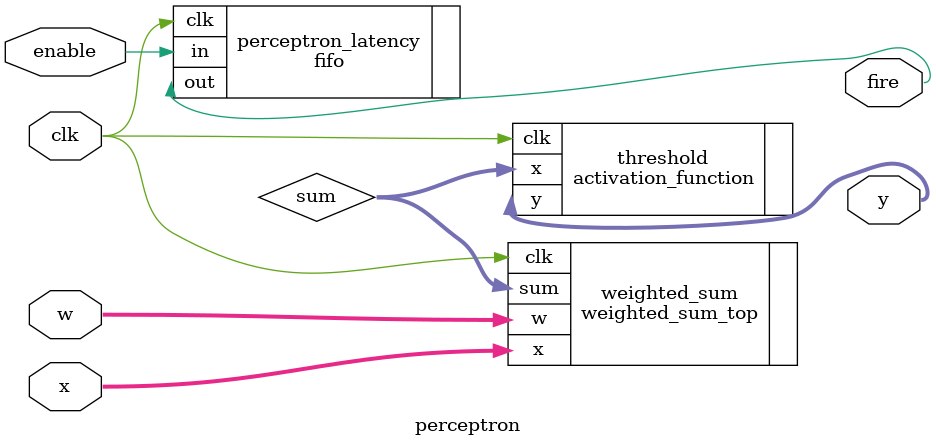
<source format=v>
`timescale 1ns / 1ps
`define SUM_LATENCY 3
`define THRESHOLD_LATENCY 1
module perceptron(
    input clk,
    input enable,
    input [16*N-1:0] x, w,
    output [15:0] y,
    output fire
);

parameter N = 8; // number of inputs

wire [47:0] sum;
weighted_sum_top #(N) weighted_sum(
    .clk(clk),
    .x(x),
    .w(w),
    .sum(sum)
);

activation_function threshold(
    .clk(clk),
    .x(sum),
    .y(y)
);

fifo #(
    .WIDTH(1), 
    .DEPTH(N + `SUM_LATENCY + `THRESHOLD_LATENCY)
) perceptron_latency (
    .clk(clk),
    .in(enable),
    .out(fire)
);

endmodule

</source>
